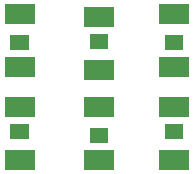
<source format=gbr>
%TF.GenerationSoftware,Altium Limited,Altium Designer,22.4.2 (48)*%
G04 Layer_Color=8421504*
%FSLAX26Y26*%
%MOIN*%
%TF.SameCoordinates,31C44E49-19BD-49CD-A116-05C5AD78183A*%
%TF.FilePolarity,Positive*%
%TF.FileFunction,Paste,Top*%
%TF.Part,Single*%
G01*
G75*
%TA.AperFunction,SMDPad,CuDef*%
%ADD10R,0.100000X0.068000*%
G36*
X500512Y1012559D02*
X439488D01*
Y1063780D01*
X500512D01*
Y1012559D01*
D02*
G37*
G36*
X750512Y1008779D02*
X689488D01*
Y1060000D01*
X750512D01*
Y1008779D01*
D02*
G37*
G36*
X235512D02*
X174488D01*
Y1060000D01*
X235512D01*
Y1008779D01*
D02*
G37*
G36*
X750512Y712559D02*
X689488D01*
Y763779D01*
X750512D01*
Y712559D01*
D02*
G37*
G36*
X235512D02*
X174488D01*
Y763779D01*
X235512D01*
Y712559D01*
D02*
G37*
G36*
X500512Y698779D02*
X439488D01*
Y750000D01*
X500512D01*
Y698779D01*
D02*
G37*
D10*
X720000Y643780D02*
D03*
Y818780D02*
D03*
X470000D02*
D03*
Y643780D02*
D03*
X205000D02*
D03*
Y818780D02*
D03*
X720000Y1128780D02*
D03*
Y953780D02*
D03*
X470000Y943780D02*
D03*
Y1118780D02*
D03*
X205000Y1128780D02*
D03*
Y953780D02*
D03*
%TF.MD5,aa74abb64c3c1c24bf517880d5119588*%
M02*

</source>
